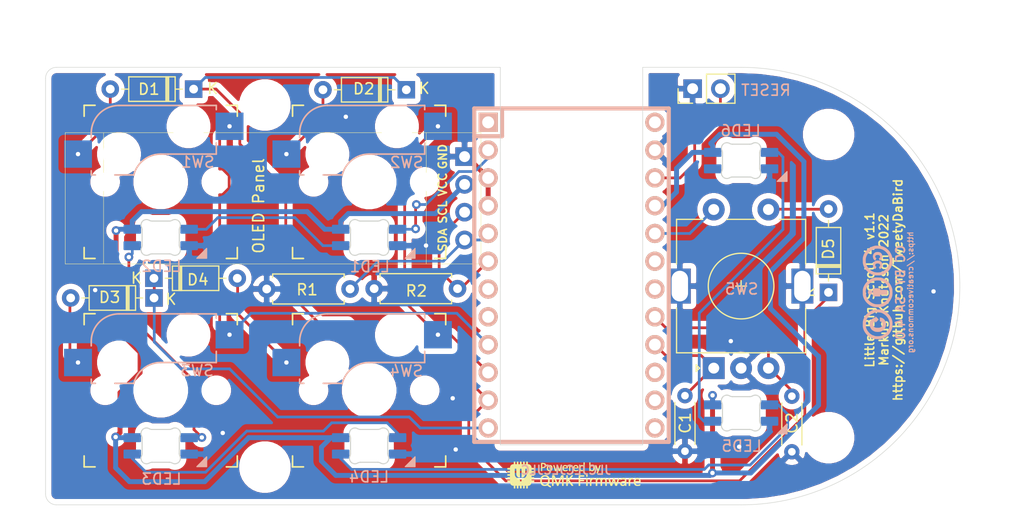
<source format=kicad_pcb>
(kicad_pcb (version 20171130) (host pcbnew "(5.1.9)-1")
  (title_block (title "Little Big Scroll") (date 2022-01-10) (rev v1.1) (company "Markus Knutsson <markus.knutsson@tweety.se>") (comment 1 https://github.com/TweetyDaBird) (comment 2 "Licensed under Creative Commons Attribution-ShareAlike 4.0 International"))
  (layers (0 F.Cu signal) (31 B.Cu signal) (34 B.Paste user hide) (35 F.Paste user hide) (36 B.SilkS user) (37 F.SilkS user) (38 B.Mask user hide) (39 F.Mask user hide) (44 Edge.Cuts user hide))
  (net 0 "")
  (net 1 GND)
  (net 2 VCC)
  (net 3 RGB)
  (net 4 "Net-(LED1-Pad2)")
  (net 5 "Net-(LED2-Pad2)")
  (net 6 "Net-(LED3-Pad2)")
  (net 7 "Net-(LED4-Pad2)")
  (net 8 "Net-(LED5-Pad2)")
  (net 9 SDA)
  (net 10 SCL)
  (net 11 ENC_A)
  (net 12 ENC_B)
  (net 13 COL0)
  (net 14 ROW0)
  (net 15 COL1)
  (net 16 ROW1)
  (net 17 COL3)
  (net 18 "Net-(J1-Pad2)")
  (net 19 "Net-(D1-Pad2)")
  (net 20 "Net-(D2-Pad2)")
  (net 21 "Net-(D3-Pad2)")
  (net 22 "Net-(D4-Pad2)")
  (net 23 "Net-(D5-Pad2)")
  (module Diode_THT:D_DO-35_SOD27_P7.62mm_Horizontal (layer F.Cu) (at 165.72 112.64 180)
    (fp_text reference D3 (at 4.06 0.06) (layer F.SilkS))
    (fp_text value 1N4148)
    (fp_text user K (at -1.55 -0.12) (layer F.SilkS))
    (pad 2 thru_hole oval (at 7.62 0 180) (size 1.6 1.6) (drill 0.8) (layers *.Cu *.Mask) (net 21 "Net-(D3-Pad2)"))
    (pad 1 thru_hole rect (at 0 0 180) (size 1.6 1.6) (drill 0.8) (layers *.Cu *.Mask) (net 16 ROW1))
  )
  (module "QMK Logo:Powered_by_QMK" (layer F.Cu) (at 204.13 128.81)
    (fp_text reference H5 hide)
    (fp_text value Hole hide)
  )
  (module Diode_THT:D_DO-35_SOD27_P7.62mm_Horizontal (layer F.Cu) (at 227.37 112.13 90)
    (fp_text reference D5 (at 3.97 -0.01 270) (layer F.SilkS))
    (fp_text value 1N4148)
    (fp_text user K (at 0 -1.8 270) (layer F.SilkS))
    (pad 2 thru_hole oval (at 7.62 0 90) (size 1.6 1.6) (drill 0.8) (layers *.Cu *.Mask) (net 23 "Net-(D5-Pad2)"))
    (pad 1 thru_hole rect (at 0 0 90) (size 1.6 1.6) (drill 0.8) (layers *.Cu *.Mask) (net 14 ROW0))
  )
  (module Diode_THT:D_DO-35_SOD27_P7.62mm_Horizontal (layer F.Cu) (at 165.71 110.84)
    (fp_text reference D4 (at 4.01 0.14) (layer F.SilkS))
    (fp_text value 1N4148)
    (fp_text user K (at -1.6 -0.01) (layer F.SilkS))
    (pad 2 thru_hole oval (at 7.62 0) (size 1.6 1.6) (drill 0.8) (layers *.Cu *.Mask) (net 22 "Net-(D4-Pad2)"))
    (pad 1 thru_hole rect (at 0 0) (size 1.6 1.6) (drill 0.8) (layers *.Cu *.Mask) (net 16 ROW1))
  )
  (module Diode_THT:D_DO-35_SOD27_P7.62mm_Horizontal (layer F.Cu) (at 188.78 93.61 180)
    (fp_text reference D2 (at 3.89 0.09 180) (layer F.SilkS))
    (fp_text value 1N4148)
    (fp_text user K (at -1.63 0.13 180) (layer F.SilkS))
    (pad 2 thru_hole oval (at 7.62 0 180) (size 1.6 1.6) (drill 0.8) (layers *.Cu *.Mask) (net 20 "Net-(D2-Pad2)"))
    (pad 1 thru_hole rect (at 0 0 180) (size 1.6 1.6) (drill 0.8) (layers *.Cu *.Mask) (net 14 ROW0))
  )
  (module Diode_THT:D_DO-35_SOD27_P7.62mm_Horizontal (layer F.Cu) (at 169.34 93.55 180)
    (fp_text reference D1 (at 4.09 -0.01 180) (layer F.SilkS))
    (fp_text value 1N4148)
    (fp_text user K (at -1.74 0.06 180) (layer F.SilkS))
    (pad 2 thru_hole oval (at 7.62 0 180) (size 1.6 1.6) (drill 0.8) (layers *.Cu *.Mask) (net 19 "Net-(D1-Pad2)"))
    (pad 1 thru_hole rect (at 0 0 180) (size 1.6 1.6) (drill 0.8) (layers *.Cu *.Mask) (net 14 ROW0))
  )
  (module Resistor_THT:R_Axial_DIN0207_L6.3mm_D2.5mm_P7.62mm_Horizontal (layer F.Cu) (at 193.46 111.79 180)
    (fp_text reference R2 (at 3.76 -0.21) (layer F.SilkS))
    (fp_text value 4K7)
    (pad 2 thru_hole oval (at 7.62 0 180) (size 1.6 1.6) (drill 0.8) (layers *.Cu *.Mask) (net 1 GND))
    (pad 1 thru_hole circle (at 0 0 180) (size 1.6 1.6) (drill 0.8) (layers *.Cu *.Mask) (net 10 SCL))
  )
  (module Resistor_THT:R_Axial_DIN0207_L6.3mm_D2.5mm_P7.62mm_Horizontal (layer F.Cu) (at 183.64 111.82 180)
    (fp_text reference R1 (at 3.93 -0.07) (layer F.SilkS))
    (fp_text value 4K7)
    (pad 2 thru_hole oval (at 7.62 0 180) (size 1.6 1.6) (drill 0.8) (layers *.Cu *.Mask) (net 1 GND))
    (pad 1 thru_hole circle (at 0 0 180) (size 1.6 1.6) (drill 0.8) (layers *.Cu *.Mask) (net 9 SDA))
  )
  (module "Keyboard Library:RotaryEncoder_Alps_EC11E-Switch_Vertical_H20mm" (layer F.Cu) (at 219.38 111.555 90)
    (fp_text reference SW5 (at -0.265 0.05 180) (layer B.SilkS) (effects (justify mirror)))
    (fp_text value Rotary_Encoder_Switch)
    (pad S1 thru_hole circle (at 7 2.5 90) (size 2 2) (drill 1) (layers *.Cu *.Mask) (net 23 "Net-(D5-Pad2)"))
    (pad S2 thru_hole circle (at 7 -2.5 90) (size 2 2) (drill 1) (layers *.Cu *.Mask) (net 17 COL3))
    (pad MP1 thru_hole rect (at 0 5.6 90) (size 3.2 2) (drill oval 2.8 1.5) (layers *.Cu *.Mask) (net 1 GND))
    (pad MP2 thru_hole rect (at 0 -5.6 90) (size 3.2 2) (drill oval 2.8 1.5) (layers *.Cu *.Mask) (net 1 GND))
    (pad B thru_hole circle (at -7.5 2.5 90) (size 2 2) (drill 1) (layers *.Cu *.Mask) (net 12 ENC_B))
    (pad C thru_hole circle (at -7.5 0 90) (size 2 2) (drill 1) (layers *.Cu *.Mask) (net 1 GND))
    (pad A thru_hole rect (at -7.5 -2.5 90) (size 2 2) (drill 1) (layers *.Cu *.Mask) (net 11 ENC_A))
  )
  (module "Keyboard Library:CC_BY_SA_40" (layer B.Cu) (at 231.79 112.17 270)
    (fp_text reference Lic1 hide)
    (fp_text value CC-BY-SA_4.0)
    (fp_text user "CC BY-SA 4.0" (at -0.041555 -2.16 270) (layer B.SilkS) (effects (font (size 0.8 0.8)) (justify mirror)))
    (fp_text user https://creativecommons.org (at -0.041555 -3.07 270) (layer B.SilkS) (effects (font (size 0.5 0.5) (thickness 0.1)) (justify mirror)))
  )
  (module Keebio-Parts:ArduinoProMicro-BackSide (layer F.Cu) (at 203.88 110.555 270)
    (fp_text reference U1 hide)
    (fp_text value ProMicro hide)
    (pad 24 thru_hole circle (at -13.97 -7.62 270) (size 1.7526 1.7526) (drill 1.0922) (layers *.Cu *.SilkS *.Mask))
    (pad 12 thru_hole circle (at 13.97 7.62 270) (size 1.7526 1.7526) (drill 1.0922) (layers *.Cu *.SilkS *.Mask) (net 16 ROW1))
    (pad 23 thru_hole circle (at -11.43 -7.62 270) (size 1.7526 1.7526) (drill 1.0922) (layers *.Cu *.SilkS *.Mask) (net 1 GND))
    (pad 22 thru_hole circle (at -8.89 -7.62 270) (size 1.7526 1.7526) (drill 1.0922) (layers *.Cu *.SilkS *.Mask) (net 18 "Net-(J1-Pad2)"))
    (pad 21 thru_hole circle (at -6.35 -7.62 270) (size 1.7526 1.7526) (drill 1.0922) (layers *.Cu *.SilkS *.Mask) (net 2 VCC))
    (pad 20 thru_hole circle (at -3.81 -7.62 270) (size 1.7526 1.7526) (drill 1.0922) (layers *.Cu *.SilkS *.Mask) (net 17 COL3))
    (pad 19 thru_hole circle (at -1.27 -7.62 270) (size 1.7526 1.7526) (drill 1.0922) (layers *.Cu *.SilkS *.Mask))
    (pad 18 thru_hole circle (at 1.27 -7.62 270) (size 1.7526 1.7526) (drill 1.0922) (layers *.Cu *.SilkS *.Mask))
    (pad 17 thru_hole circle (at 3.81 -7.62 270) (size 1.7526 1.7526) (drill 1.0922) (layers *.Cu *.SilkS *.Mask) (net 12 ENC_B))
    (pad 16 thru_hole circle (at 6.35 -7.62 270) (size 1.7526 1.7526) (drill 1.0922) (layers *.Cu *.SilkS *.Mask) (net 11 ENC_A))
    (pad 15 thru_hole circle (at 8.89 -7.62 270) (size 1.7526 1.7526) (drill 1.0922) (layers *.Cu *.SilkS *.Mask))
    (pad 14 thru_hole circle (at 11.43 -7.62 270) (size 1.7526 1.7526) (drill 1.0922) (layers *.Cu *.SilkS *.Mask))
    (pad 13 thru_hole circle (at 13.97 -7.62 270) (size 1.7526 1.7526) (drill 1.0922) (layers *.Cu *.SilkS *.Mask))
    (pad 11 thru_hole circle (at 11.43 7.62 270) (size 1.7526 1.7526) (drill 1.0922) (layers *.Cu *.SilkS *.Mask) (net 14 ROW0))
    (pad 10 thru_hole circle (at 8.89 7.62 270) (size 1.7526 1.7526) (drill 1.0922) (layers *.Cu *.SilkS *.Mask) (net 15 COL1))
    (pad 9 thru_hole circle (at 6.35 7.62 270) (size 1.7526 1.7526) (drill 1.0922) (layers *.Cu *.SilkS *.Mask) (net 13 COL0))
    (pad 8 thru_hole circle (at 3.81 7.62 270) (size 1.7526 1.7526) (drill 1.0922) (layers *.Cu *.SilkS *.Mask))
    (pad 7 thru_hole circle (at 1.27 7.62 270) (size 1.7526 1.7526) (drill 1.0922) (layers *.Cu *.SilkS *.Mask))
    (pad 6 thru_hole circle (at -1.27 7.62 270) (size 1.7526 1.7526) (drill 1.0922) (layers *.Cu *.SilkS *.Mask) (net 10 SCL))
    (pad 5 thru_hole circle (at -3.81 7.62 270) (size 1.7526 1.7526) (drill 1.0922) (layers *.Cu *.SilkS *.Mask) (net 9 SDA))
    (pad 4 thru_hole circle (at -6.35 7.62 270) (size 1.7526 1.7526) (drill 1.0922) (layers *.Cu *.SilkS *.Mask) (net 1 GND))
    (pad 3 thru_hole circle (at -8.89 7.62 270) (size 1.7526 1.7526) (drill 1.0922) (layers *.Cu *.SilkS *.Mask) (net 1 GND))
    (pad 2 thru_hole circle (at -11.43 7.62 270) (size 1.7526 1.7526) (drill 1.0922) (layers *.Cu *.SilkS *.Mask) (net 3 RGB))
    (pad 1 thru_hole rect (at -13.97 7.62 270) (size 1.7526 1.7526) (drill 1.0922) (layers *.Cu *.SilkS *.Mask))
  )
  (module keyswitches:Kailh_socket_MX_RGB (layer F.Cu) (at 185.38 121.08)
    (fp_text reference SW4 (at 3.4 -1.76) (layer B.SilkS) (effects (justify mirror)))
    (fp_text value SW_Push hide)
    (pad 2 smd rect (at -7.56 -2.54) (size 2.55 2.5) (layers B.Cu B.Paste B.Mask) (net 22 "Net-(D4-Pad2)"))
    (pad "" np_thru_hole circle (at -5.08 0) (size 1.7018 1.7018) (drill 1.7018) (layers *.Cu *.Mask))
    (pad "" np_thru_hole circle (at 5.08 0) (size 1.7018 1.7018) (drill 1.7018) (layers *.Cu *.Mask))
    (pad "" np_thru_hole circle (at 0 0) (size 3.9878 3.9878) (drill 3.9878) (layers *.Cu *.Mask))
    (pad "" np_thru_hole circle (at -3.81 -2.54) (size 3 3) (drill 3) (layers *.Cu *.Mask))
    (pad "" np_thru_hole circle (at 2.54 -5.08) (size 3 3) (drill 3) (layers *.Cu *.Mask))
    (pad 1 smd rect (at 6.29 -5.08) (size 2.55 2.5) (layers B.Cu B.Paste B.Mask) (net 15 COL1))
  )
  (module keyswitches:Kailh_socket_MX_RGB (layer F.Cu) (at 166.33 121.08)
    (fp_text reference SW3 (at 3.33 -1.8) (layer B.SilkS) (effects (justify mirror)))
    (fp_text value SW_Push hide)
    (pad 2 smd rect (at -7.56 -2.54) (size 2.55 2.5) (layers B.Cu B.Paste B.Mask) (net 21 "Net-(D3-Pad2)"))
    (pad "" np_thru_hole circle (at -5.08 0) (size 1.7018 1.7018) (drill 1.7018) (layers *.Cu *.Mask))
    (pad "" np_thru_hole circle (at 5.08 0) (size 1.7018 1.7018) (drill 1.7018) (layers *.Cu *.Mask))
    (pad "" np_thru_hole circle (at 0 0) (size 3.9878 3.9878) (drill 3.9878) (layers *.Cu *.Mask))
    (pad "" np_thru_hole circle (at -3.81 -2.54) (size 3 3) (drill 3) (layers *.Cu *.Mask))
    (pad "" np_thru_hole circle (at 2.54 -5.08) (size 3 3) (drill 3) (layers *.Cu *.Mask))
    (pad 1 smd rect (at 6.29 -5.08) (size 2.55 2.5) (layers B.Cu B.Paste B.Mask) (net 13 COL0))
  )
  (module keyswitches:Kailh_socket_MX_RGB (layer F.Cu) (at 185.38 102.03)
    (fp_text reference SW2 (at 3.43 -1.78) (layer B.SilkS) (effects (justify mirror)))
    (fp_text value SW_Push hide)
    (pad 2 smd rect (at -7.56 -2.54) (size 2.55 2.5) (layers B.Cu B.Paste B.Mask) (net 20 "Net-(D2-Pad2)"))
    (pad "" np_thru_hole circle (at -5.08 0) (size 1.7018 1.7018) (drill 1.7018) (layers *.Cu *.Mask))
    (pad "" np_thru_hole circle (at 5.08 0) (size 1.7018 1.7018) (drill 1.7018) (layers *.Cu *.Mask))
    (pad "" np_thru_hole circle (at 0 0) (size 3.9878 3.9878) (drill 3.9878) (layers *.Cu *.Mask))
    (pad "" np_thru_hole circle (at -3.81 -2.54) (size 3 3) (drill 3) (layers *.Cu *.Mask))
    (pad "" np_thru_hole circle (at 2.54 -5.08) (size 3 3) (drill 3) (layers *.Cu *.Mask))
    (pad 1 smd rect (at 6.29 -5.08) (size 2.55 2.5) (layers B.Cu B.Paste B.Mask) (net 15 COL1))
  )
  (module keyswitches:Kailh_socket_MX_RGB (layer F.Cu) (at 166.33 102.03)
    (fp_text reference SW1 (at 3.39 -1.81) (layer B.SilkS) (effects (justify mirror)))
    (fp_text value SW_Push hide)
    (pad 2 smd rect (at -7.56 -2.54) (size 2.55 2.5) (layers B.Cu B.Paste B.Mask) (net 19 "Net-(D1-Pad2)"))
    (pad "" np_thru_hole circle (at -5.08 0) (size 1.7018 1.7018) (drill 1.7018) (layers *.Cu *.Mask))
    (pad "" np_thru_hole circle (at 5.08 0) (size 1.7018 1.7018) (drill 1.7018) (layers *.Cu *.Mask))
    (pad "" np_thru_hole circle (at 0 0) (size 3.9878 3.9878) (drill 3.9878) (layers *.Cu *.Mask))
    (pad "" np_thru_hole circle (at -3.81 -2.54) (size 3 3) (drill 3) (layers *.Cu *.Mask))
    (pad "" np_thru_hole circle (at 2.54 -5.08) (size 3 3) (drill 3) (layers *.Cu *.Mask))
    (pad 1 smd rect (at 6.29 -5.08) (size 2.55 2.5) (layers B.Cu B.Paste B.Mask) (net 13 COL0))
  )
  (module KiCad-SSD1306-0.91-OLED-4pin-128x32:SSD1306-0.91-OLED-4pin-128x32 (layer F.Cu) (at 176.605 103.53)
    (fp_text reference OLED1 hide)
    (fp_text value OLED_4pin)
    (fp_text user SDA (at 15.5 3.81 -90) (layer F.SilkS) (effects (font (size 0.75 0.75))))
    (fp_text user SCL (at 15.5 1.27 -90) (layer F.SilkS) (effects (font (size 0.75 0.75))))
    (fp_text user VCC (at 15.5 -1.27 -90) (layer F.SilkS) (effects (font (size 0.75 0.75))))
    (fp_text user GND (at 15.5 -3.81 -90) (layer F.SilkS) (effects (font (size 0.75 0.75))))
    (fp_text user "OLED Panel" (at -1.325 0.69 270) (layer F.SilkS))
    (pad 4 thru_hole oval (at 17.5 3.81) (size 1.7 1.7) (drill 1) (layers *.Cu *.Mask) (net 9 SDA))
    (pad 3 thru_hole oval (at 17.5 1.27) (size 1.7 1.7) (drill 1) (layers *.Cu *.Mask) (net 10 SCL))
    (pad 2 thru_hole oval (at 17.5 -1.27) (size 1.7 1.7) (drill 1) (layers *.Cu *.Mask) (net 2 VCC))
    (pad 1 thru_hole rect (at 17.5 -3.81) (size 1.7 1.7) (drill 1) (layers *.Cu *.Mask) (net 1 GND))
  )
  (module MountingHole:MountingHole_3.7mm (layer F.Cu) (at 175.855 128.105)
    (fp_text reference H4 hide)
    (fp_text value Hole)
    (pad 1 np_thru_hole circle (at 0 0) (size 3.7 3.7) (drill 3.7) (layers *.Cu *.Mask))
  )
  (module MountingHole:MountingHole_3.7mm (layer F.Cu) (at 227.38 125.411406)
    (fp_text reference H3 hide)
    (fp_text value Hole)
    (pad 1 np_thru_hole circle (at 0 0) (size 3.7 3.7) (drill 3.7) (layers *.Cu *.Mask))
  )
  (module MountingHole:MountingHole_3.7mm (layer F.Cu) (at 227.38 97.698594)
    (fp_text reference H2 hide)
    (fp_text value Hole)
    (pad 1 np_thru_hole circle (at 0 0) (size 3.7 3.7) (drill 3.7) (layers *.Cu *.Mask))
  )
  (module MountingHole:MountingHole_3.7mm (layer F.Cu) (at 175.855 95.005)
    (fp_text reference H1 hide)
    (fp_text value Hole)
    (pad 1 np_thru_hole circle (at 0 0) (size 3.7 3.7) (drill 3.7) (layers *.Cu *.Mask))
  )
  (module Connector_PinHeader_2.54mm:PinHeader_1x02_P2.54mm_Vertical (layer F.Cu) (at 214.95 93.51 90)
    (fp_text reference J1 hide)
    (fp_text value Conn_01x02)
    (fp_text user RESET (at -0.14 6.7 180) (layer B.SilkS) (effects (justify mirror)))
    (pad 2 thru_hole oval (at 0 2.54 90) (size 1.7 1.7) (drill 1) (layers *.Cu *.Mask) (net 18 "Net-(J1-Pad2)"))
    (pad 1 thru_hole rect (at 0 0 90) (size 1.7 1.7) (drill 1) (layers *.Cu *.Mask) (net 1 GND))
  )
  (module kicad-keyboard-parts:MX_SK6812MINI-E (layer F.Cu) (at 219.38 118.08)
    (fp_text reference LED5 (at 0.05 8.1) (layer B.SilkS) (effects (justify mirror)))
    (fp_text value SK6812MINI-E)
    (fp_line (start 0.794452 6.579999) (end -0.794452 6.579999) (layer Edge.Cuts) (width 0.1))
    (fp_line (start 1.699999 4.377157) (end 1.699999 5.782841) (layer Edge.Cuts) (width 0.1))
    (fp_line (start -0.794452 3.58) (end 0.794453 3.58) (layer Edge.Cuts) (width 0.1))
    (fp_line (start -1.699999 5.782841) (end -1.699999 4.377157) (layer Edge.Cuts) (width 0.1))
    (fp_arc (start -0.794452 7.079999) (end -0.794452 6.579999) (angle -30.2992623) (layer Edge.Cuts) (width 0.1))
    (fp_arc (start 0.794452 7.079999) (end 1.046711 6.648298) (angle -30.29933433) (layer Edge.Cuts) (width 0.1))
    (fp_arc (start 1.298969 6.216597) (end 1.046711 6.648298) (angle -146.0055121) (layer Edge.Cuts) (width 0.1))
    (fp_arc (start 2.199999 5.782841) (end 1.699999 5.782841) (angle -25.70617777) (layer Edge.Cuts) (width 0.1))
    (fp_arc (start 2.199999 4.377157) (end 1.749484 4.160279) (angle -25.70608136) (layer Edge.Cuts) (width 0.1))
    (fp_arc (start 1.298969 3.943402) (end 1.749484 4.160279) (angle -146.0053097) (layer Edge.Cuts) (width 0.1))
    (fp_arc (start 0.794453 3.08) (end 0.794453 3.58) (angle -30.29922831) (layer Edge.Cuts) (width 0.1))
    (fp_arc (start -0.794452 3.08) (end -1.046711 3.5117) (angle -30.29928212) (layer Edge.Cuts) (width 0.1))
    (fp_arc (start -1.298969 3.943401) (end -1.046711 3.5117) (angle -146.0054017) (layer Edge.Cuts) (width 0.1))
    (fp_arc (start -2.199999 4.377157) (end -1.699999 4.377157) (angle -25.70611954) (layer Edge.Cuts) (width 0.1))
    (fp_arc (start -2.199999 5.782841) (end -1.749484 5.999719) (angle -25.70611205) (layer Edge.Cuts) (width 0.1))
    (fp_arc (start -1.298969 6.216596) (end -1.749484 5.999719) (angle -146.0053744) (layer Edge.Cuts) (width 0.1))
    (pad 3 smd roundrect (at 2.6 5.829999 270) (size 0.82 1.6) (layers B.Cu B.Paste B.Mask) (roundrect_rratio 0.1) (net 1 GND))
    (pad 4 smd roundrect (at 2.6 4.329999 270) (size 0.82 1.6) (layers B.Cu B.Paste B.Mask) (roundrect_rratio 0.1) (net 7 "Net-(LED4-Pad2)"))
    (pad 2 smd roundrect (at -2.6 5.829999 270) (size 0.82 1.6) (layers B.Cu B.Paste B.Mask) (roundrect_rratio 0.1) (net 8 "Net-(LED5-Pad2)"))
    (pad 1 smd roundrect (at -2.6 4.329999 270) (size 0.82 1.6) (layers B.Cu B.Paste B.Mask) (roundrect_rratio 0.1) (net 2 VCC))
  )
  (module kicad-keyboard-parts:MX_SK6812MINI-E (layer F.Cu) (at 219.38 95.005)
    (fp_text reference LED6 (at -0.04 2.345) (layer B.SilkS) (effects (justify mirror)))
    (fp_text value SK6812MINI-E)
    (fp_line (start 0.794452 6.579999) (end -0.794452 6.579999) (layer Edge.Cuts) (width 0.1))
    (fp_line (start 1.699999 4.377157) (end 1.699999 5.782841) (layer Edge.Cuts) (width 0.1))
    (fp_line (start -0.794452 3.58) (end 0.794453 3.58) (layer Edge.Cuts) (width 0.1))
    (fp_line (start -1.699999 5.782841) (end -1.699999 4.377157) (layer Edge.Cuts) (width 0.1))
    (fp_arc (start -0.794452 7.079999) (end -0.794452 6.579999) (angle -30.2992623) (layer Edge.Cuts) (width 0.1))
    (fp_arc (start 0.794452 7.079999) (end 1.046711 6.648298) (angle -30.29933433) (layer Edge.Cuts) (width 0.1))
    (fp_arc (start 1.298969 6.216597) (end 1.046711 6.648298) (angle -146.0055121) (layer Edge.Cuts) (width 0.1))
    (fp_arc (start 2.199999 5.782841) (end 1.699999 5.782841) (angle -25.70617777) (layer Edge.Cuts) (width 0.1))
    (fp_arc (start 2.199999 4.377157) (end 1.749484 4.160279) (angle -25.70608136) (layer Edge.Cuts) (width 0.1))
    (fp_arc (start 1.298969 3.943402) (end 1.749484 4.160279) (angle -146.0053097) (layer Edge.Cuts) (width 0.1))
    (fp_arc (start 0.794453 3.08) (end 0.794453 3.58) (angle -30.29922831) (layer Edge.Cuts) (width 0.1))
    (fp_arc (start -0.794452 3.08) (end -1.046711 3.5117) (angle -30.29928212) (layer Edge.Cuts) (width 0.1))
    (fp_arc (start -1.298969 3.943401) (end -1.046711 3.5117) (angle -146.0054017) (layer Edge.Cuts) (width 0.1))
    (fp_arc (start -2.199999 4.377157) (end -1.699999 4.377157) (angle -25.70611954) (layer Edge.Cuts) (width 0.1))
    (fp_arc (start -2.199999 5.782841) (end -1.749484 5.999719) (angle -25.70611205) (layer Edge.Cuts) (width 0.1))
    (fp_arc (start -1.298969 6.216596) (end -1.749484 5.999719) (angle -146.0053744) (layer Edge.Cuts) (width 0.1))
    (pad 3 smd roundrect (at 2.6 5.829999 270) (size 0.82 1.6) (layers B.Cu B.Paste B.Mask) (roundrect_rratio 0.1) (net 1 GND))
    (pad 4 smd roundrect (at 2.6 4.329999 270) (size 0.82 1.6) (layers B.Cu B.Paste B.Mask) (roundrect_rratio 0.1) (net 8 "Net-(LED5-Pad2)"))
    (pad 2 smd roundrect (at -2.6 5.829999 270) (size 0.82 1.6) (layers B.Cu B.Paste B.Mask) (roundrect_rratio 0.1))
    (pad 1 smd roundrect (at -2.6 4.329999 270) (size 0.82 1.6) (layers B.Cu B.Paste B.Mask) (roundrect_rratio 0.1) (net 2 VCC))
  )
  (module Resistor_THT:R_Axial_DIN0204_L3.6mm_D1.6mm_P5.08mm_Horizontal (layer F.Cu) (at 224.02 126.7 90)
    (fp_text reference C2 (at 2.62 0.01 90) (layer F.SilkS))
    (fp_text value 100nF)
    (pad 2 thru_hole oval (at 5.08 0 90) (size 1.4 1.4) (drill 0.7) (layers *.Cu *.Mask) (net 12 ENC_B))
    (pad 1 thru_hole circle (at 0 0 90) (size 1.4 1.4) (drill 0.7) (layers *.Cu *.Mask) (net 1 GND))
  )
  (module Resistor_THT:R_Axial_DIN0204_L3.6mm_D1.6mm_P5.08mm_Horizontal (layer F.Cu) (at 214.25 121.57 270)
    (fp_text reference C1 (at 2.5 -0.02 90) (layer F.SilkS))
    (fp_text value 100nF)
    (pad 2 thru_hole oval (at 5.08 0 270) (size 1.4 1.4) (drill 0.7) (layers *.Cu *.Mask) (net 1 GND))
    (pad 1 thru_hole circle (at 0 0 270) (size 1.4 1.4) (drill 0.7) (layers *.Cu *.Mask) (net 11 ENC_A))
  )
  (module kicad-keyboard-parts:MX_SK6812MINI-E (layer F.Cu) (at 185.38 121.08)
    (fp_text reference LED4 (at -0.01 7.91) (layer B.SilkS) (effects (justify mirror)))
    (fp_text value SK6812MINI-E)
    (fp_line (start 0.794452 6.579999) (end -0.794452 6.579999) (layer Edge.Cuts) (width 0.1))
    (fp_line (start 1.699999 4.377157) (end 1.699999 5.782841) (layer Edge.Cuts) (width 0.1))
    (fp_line (start -0.794452 3.58) (end 0.794453 3.58) (layer Edge.Cuts) (width 0.1))
    (fp_line (start -1.699999 5.782841) (end -1.699999 4.377157) (layer Edge.Cuts) (width 0.1))
    (fp_arc (start -0.794452 7.079999) (end -0.794452 6.579999) (angle -30.2992623) (layer Edge.Cuts) (width 0.1))
    (fp_arc (start 0.794452 7.079999) (end 1.046711 6.648298) (angle -30.29933433) (layer Edge.Cuts) (width 0.1))
    (fp_arc (start 1.298969 6.216597) (end 1.046711 6.648298) (angle -146.0055121) (layer Edge.Cuts) (width 0.1))
    (fp_arc (start 2.199999 5.782841) (end 1.699999 5.782841) (angle -25.70617777) (layer Edge.Cuts) (width 0.1))
    (fp_arc (start 2.199999 4.377157) (end 1.749484 4.160279) (angle -25.70608136) (layer Edge.Cuts) (width 0.1))
    (fp_arc (start 1.298969 3.943402) (end 1.749484 4.160279) (angle -146.0053097) (layer Edge.Cuts) (width 0.1))
    (fp_arc (start 0.794453 3.08) (end 0.794453 3.58) (angle -30.29922831) (layer Edge.Cuts) (width 0.1))
    (fp_arc (start -0.794452 3.08) (end -1.046711 3.5117) (angle -30.29928212) (layer Edge.Cuts) (width 0.1))
    (fp_arc (start -1.298969 3.943401) (end -1.046711 3.5117) (angle -146.0054017) (layer Edge.Cuts) (width 0.1))
    (fp_arc (start -2.199999 4.377157) (end -1.699999 4.377157) (angle -25.70611954) (layer Edge.Cuts) (width 0.1))
    (fp_arc (start -2.199999 5.782841) (end -1.749484 5.999719) (angle -25.70611205) (layer Edge.Cuts) (width 0.1))
    (fp_arc (start -1.298969 6.216596) (end -1.749484 5.999719) (angle -146.0053744) (layer Edge.Cuts) (width 0.1))
    (pad 3 smd roundrect (at 2.6 5.829999 270) (size 0.82 1.6) (layers B.Cu B.Paste B.Mask) (roundrect_rratio 0.1) (net 1 GND))
    (pad 4 smd roundrect (at 2.6 4.329999 270) (size 0.82 1.6) (layers B.Cu B.Paste B.Mask) (roundrect_rratio 0.1) (net 6 "Net-(LED3-Pad2)"))
    (pad 2 smd roundrect (at -2.6 5.829999 270) (size 0.82 1.6) (layers B.Cu B.Paste B.Mask) (roundrect_rratio 0.1) (net 7 "Net-(LED4-Pad2)"))
    (pad 1 smd roundrect (at -2.6 4.329999 270) (size 0.82 1.6) (layers B.Cu B.Paste B.Mask) (roundrect_rratio 0.1) (net 2 VCC))
  )
  (module kicad-keyboard-parts:MX_SK6812MINI-E (layer F.Cu) (at 166.33 121.08)
    (fp_text reference LED3 (at 0.07 8.11) (layer B.SilkS) (effects (justify mirror)))
    (fp_text value SK6812MINI-E)
    (fp_line (start 0.794452 6.579999) (end -0.794452 6.579999) (layer Edge.Cuts) (width 0.1))
    (fp_line (start 1.699999 4.377157) (end 1.699999 5.782841) (layer Edge.Cuts) (width 0.1))
    (fp_line (start -0.794452 3.58) (end 0.794453 3.58) (layer Edge.Cuts) (width 0.1))
    (fp_line (start -1.699999 5.782841) (end -1.699999 4.377157) (layer Edge.Cuts) (width 0.1))
    (fp_arc (start -0.794452 7.079999) (end -0.794452 6.579999) (angle -30.2992623) (layer Edge.Cuts) (width 0.1))
    (fp_arc (start 0.794452 7.079999) (end 1.046711 6.648298) (angle -30.29933433) (layer Edge.Cuts) (width 0.1))
    (fp_arc (start 1.298969 6.216597) (end 1.046711 6.648298) (angle -146.0055121) (layer Edge.Cuts) (width 0.1))
    (fp_arc (start 2.199999 5.782841) (end 1.699999 5.782841) (angle -25.70617777) (layer Edge.Cuts) (width 0.1))
    (fp_arc (start 2.199999 4.377157) (end 1.749484 4.160279) (angle -25.70608136) (layer Edge.Cuts) (width 0.1))
    (fp_arc (start 1.298969 3.943402) (end 1.749484 4.160279) (angle -146.0053097) (layer Edge.Cuts) (width 0.1))
    (fp_arc (start 0.794453 3.08) (end 0.794453 3.58) (angle -30.29922831) (layer Edge.Cuts) (width 0.1))
    (fp_arc (start -0.794452 3.08) (end -1.046711 3.5117) (angle -30.29928212) (layer Edge.Cuts) (width 0.1))
    (fp_arc (start -1.298969 3.943401) (end -1.046711 3.5117) (angle -146.0054017) (layer Edge.Cuts) (width 0.1))
    (fp_arc (start -2.199999 4.377157) (end -1.699999 4.377157) (angle -25.70611954) (layer Edge.Cuts) (width 0.1))
    (fp_arc (start -2.199999 5.782841) (end -1.749484 5.999719) (angle -25.70611205) (layer Edge.Cuts) (width 0.1))
    (fp_arc (start -1.298969 6.216596) (end -1.749484 5.999719) (angle -146.0053744) (layer Edge.Cuts) (width 0.1))
    (pad 3 smd roundrect (at 2.6 5.829999 270) (size 0.82 1.6) (layers B.Cu B.Paste B.Mask) (roundrect_rratio 0.1) (net 1 GND))
    (pad 4 smd roundrect (at 2.6 4.329999 270) (size 0.82 1.6) (layers B.Cu B.Paste B.Mask) (roundrect_rratio 0.1) (net 5 "Net-(LED2-Pad2)"))
    (pad 2 smd roundrect (at -2.6 5.829999 270) (size 0.82 1.6) (layers B.Cu B.Paste B.Mask) (roundrect_rratio 0.1) (net 6 "Net-(LED3-Pad2)"))
    (pad 1 smd roundrect (at -2.6 4.329999 270) (size 0.82 1.6) (layers B.Cu B.Paste B.Mask) (roundrect_rratio 0.1) (net 2 VCC))
  )
  (module kicad-keyboard-parts:MX_SK6812MINI-E (layer F.Cu) (at 166.33 102.03)
    (fp_text reference LED2 (at 0.06 7.71) (layer B.SilkS) (effects (justify mirror)))
    (fp_text value SK6812MINI-E)
    (fp_line (start 0.794452 6.579999) (end -0.794452 6.579999) (layer Edge.Cuts) (width 0.1))
    (fp_line (start 1.699999 4.377157) (end 1.699999 5.782841) (layer Edge.Cuts) (width 0.1))
    (fp_line (start -0.794452 3.58) (end 0.794453 3.58) (layer Edge.Cuts) (width 0.1))
    (fp_line (start -1.699999 5.782841) (end -1.699999 4.377157) (layer Edge.Cuts) (width 0.1))
    (fp_arc (start -0.794452 7.079999) (end -0.794452 6.579999) (angle -30.2992623) (layer Edge.Cuts) (width 0.1))
    (fp_arc (start 0.794452 7.079999) (end 1.046711 6.648298) (angle -30.29933433) (layer Edge.Cuts) (width 0.1))
    (fp_arc (start 1.298969 6.216597) (end 1.046711 6.648298) (angle -146.0055121) (layer Edge.Cuts) (width 0.1))
    (fp_arc (start 2.199999 5.782841) (end 1.699999 5.782841) (angle -25.70617777) (layer Edge.Cuts) (width 0.1))
    (fp_arc (start 2.199999 4.377157) (end 1.749484 4.160279) (angle -25.70608136) (layer Edge.Cuts) (width 0.1))
    (fp_arc (start 1.298969 3.943402) (end 1.749484 4.160279) (angle -146.0053097) (layer Edge.Cuts) (width 0.1))
    (fp_arc (start 0.794453 3.08) (end 0.794453 3.58) (angle -30.29922831) (layer Edge.Cuts) (width 0.1))
    (fp_arc (start -0.794452 3.08) (end -1.046711 3.5117) (angle -30.29928212) (layer Edge.Cuts) (width 0.1))
    (fp_arc (start -1.298969 3.943401) (end -1.046711 3.5117) (angle -146.0054017) (layer Edge.Cuts) (width 0.1))
    (fp_arc (start -2.199999 4.377157) (end -1.699999 4.377157) (angle -25.70611954) (layer Edge.Cuts) (width 0.1))
    (fp_arc (start -2.199999 5.782841) (end -1.749484 5.999719) (angle -25.70611205) (layer Edge.Cuts) (width 0.1))
    (fp_arc (start -1.298969 6.216596) (end -1.749484 5.999719) (angle -146.0053744) (layer Edge.Cuts) (width 0.1))
    (pad 3 smd roundrect (at 2.6 5.829999 270) (size 0.82 1.6) (layers B.Cu B.Paste B.Mask) (roundrect_rratio 0.1) (net 1 GND))
    (pad 4 smd roundrect (at 2.6 4.329999 270) (size 0.82 1.6) (layers B.Cu B.Paste B.Mask) (roundrect_rratio 0.1) (net 4 "Net-(LED1-Pad2)"))
    (pad 2 smd roundrect (at -2.6 5.829999 270) (size 0.82 1.6) (layers B.Cu B.Paste B.Mask) (roundrect_rratio 0.1) (net 5 "Net-(LED2-Pad2)"))
    (pad 1 smd roundrect (at -2.6 4.329999 270) (size 0.82 1.6) (layers B.Cu B.Paste B.Mask) (roundrect_rratio 0.1) (net 2 VCC))
  )
  (module kicad-keyboard-parts:MX_SK6812MINI-E (layer F.Cu) (at 185.38 102.03)
    (fp_text reference LED1 (at 0.06 7.75) (layer B.SilkS) (effects (justify mirror)))
    (fp_text value SK6812MINI-E)
    (fp_line (start 0.794452 6.579999) (end -0.794452 6.579999) (layer Edge.Cuts) (width 0.1))
    (fp_line (start 1.699999 4.377157) (end 1.699999 5.782841) (layer Edge.Cuts) (width 0.1))
    (fp_line (start -0.794452 3.58) (end 0.794453 3.58) (layer Edge.Cuts) (width 0.1))
    (fp_line (start -1.699999 5.782841) (end -1.699999 4.377157) (layer Edge.Cuts) (width 0.1))
    (fp_arc (start -0.794452 7.079999) (end -0.794452 6.579999) (angle -30.2992623) (layer Edge.Cuts) (width 0.1))
    (fp_arc (start 0.794452 7.079999) (end 1.046711 6.648298) (angle -30.29933433) (layer Edge.Cuts) (width 0.1))
    (fp_arc (start 1.298969 6.216597) (end 1.046711 6.648298) (angle -146.0055121) (layer Edge.Cuts) (width 0.1))
    (fp_arc (start 2.199999 5.782841) (end 1.699999 5.782841) (angle -25.70617777) (layer Edge.Cuts) (width 0.1))
    (fp_arc (start 2.199999 4.377157) (end 1.749484 4.160279) (angle -25.70608136) (layer Edge.Cuts) (width 0.1))
    (fp_arc (start 1.298969 3.943402) (end 1.749484 4.160279) (angle -146.0053097) (layer Edge.Cuts) (width 0.1))
    (fp_arc (start 0.794453 3.08) (end 0.794453 3.58) (angle -30.29922831) (layer Edge.Cuts) (width 0.1))
    (fp_arc (start -0.794452 3.08) (end -1.046711 3.5117) (angle -30.29928212) (layer Edge.Cuts) (width 0.1))
    (fp_arc (start -1.298969 3.943401) (end -1.046711 3.5117) (angle -146.0054017) (layer Edge.Cuts) (width 0.1))
    (fp_arc (start -2.199999 4.377157) (end -1.699999 4.377157) (angle -25.70611954) (layer Edge.Cuts) (width 0.1))
    (fp_arc (start -2.199999 5.782841) (end -1.749484 5.999719) (angle -25.70611205) (layer Edge.Cuts) (width 0.1))
    (fp_arc (start -1.298969 6.216596) (end -1.749484 5.999719) (angle -146.0053744) (layer Edge.Cuts) (width 0.1))
    (pad 3 smd roundrect (at 2.6 5.829999 270) (size 0.82 1.6) (layers B.Cu B.Paste B.Mask) (roundrect_rratio 0.1) (net 1 GND))
    (pad 4 smd roundrect (at 2.6 4.329999 270) (size 0.82 1.6) (layers B.Cu B.Paste B.Mask) (roundrect_rratio 0.1) (net 3 RGB))
    (pad 2 smd roundrect (at -2.6 5.829999 270) (size 0.82 1.6) (layers B.Cu B.Paste B.Mask) (roundrect_rratio 0.1) (net 4 "Net-(LED1-Pad2)"))
    (pad 1 smd roundrect (at -2.6 4.329999 270) (size 0.82 1.6) (layers B.Cu B.Paste B.Mask) (roundrect_rratio 0.1) (net 2 VCC))
  )
  (gr_text JLCJLCJLCJLC (at 203.37 128.38) (layer B.SilkS) (effects (font (size 0.8 0.8)) (justify mirror)))
  (gr_text "Little Big Scroll 4 v1.1\nMarkus Knutsson 2022\nhttps://github.com/TweetyDaBird" (at 232.43 111.91 90) (layer F.SilkS) (effects (font (size 0.8 0.8))))
  (gr_line (start 210.39 91.56) (end 210.39 126.07) (layer Edge.Cuts) (width 0.05))
  (gr_arc (start 156.805 92.56) (end 156.805 91.56) (angle -90) (layer Edge.Cuts) (width 0.05))
  (gr_arc (start 156.805 130.55) (end 155.805 130.55) (angle -90) (layer Edge.Cuts) (width 0.05))
  (gr_line (start 210.39 91.56) (end 219.38 91.56) (layer Edge.Cuts) (width 0.05))
  (gr_line (start 197.37 126.07) (end 197.37 91.56) (layer Edge.Cuts) (width 0.05))
  (gr_line (start 210.39 126.07) (end 197.37 126.07) (layer Edge.Cuts) (width 0.05))
  (gr_arc (start 219.38 111.555) (end 219.38 131.55) (angle -180) (layer Edge.Cuts) (width 0.05))
  (gr_line (start 155.805 92.56) (end 155.805 130.55) (layer Edge.Cuts) (width 0.05))
  (gr_line (start 156.805 131.55) (end 219.38 131.55) (layer Edge.Cuts) (width 0.05))
  (gr_line (start 156.805 91.56) (end 197.37 91.56) (layer Edge.Cuts) (width 0.05))
  (via (at 160.34 111.92) (size 0.8) (drill 0.4) (layers F.Cu B.Cu) (net 1))
  (via (at 172 124.98) (size 0.8) (drill 0.4) (layers F.Cu B.Cu) (net 1))
  (via (at 193.294 126.492) (size 0.8) (drill 0.4) (layers F.Cu B.Cu) (net 1))
  (via (at 236.97 112.04) (size 0.8) (drill 0.4) (layers F.Cu B.Cu) (net 1))
  (via (at 219.202 126.238) (size 0.8) (drill 0.4) (layers F.Cu B.Cu) (net 1))
  (via (at 218.44 116.586) (size 0.8) (drill 0.4) (layers F.Cu B.Cu) (net 1))
  (segment (start 194.315 99.72) (end 196.26 101.665) (width 0.45) (layer F.Cu) (net 1))
  (segment (start 194.105 99.72) (end 194.315 99.72) (width 0.45) (layer F.Cu) (net 1))
  (segment (start 196.26 101.665) (end 196.26 104.205) (width 0.45) (layer F.Cu) (net 1))
  (via (at 193.02 121.81) (size 0.8) (drill 0.4) (layers F.Cu B.Cu) (net 1))
  (via (at 183.25 96.08) (size 0.8) (drill 0.4) (layers F.Cu B.Cu) (net 1))
  (via (at 190.58 107.85) (size 0.8) (drill 0.4) (layers F.Cu B.Cu) (net 1))
  (segment (start 182.78 106.359999) (end 181.330001 106.359999) (width 0.45) (layer B.Cu) (net 2))
  (segment (start 216.78 121.55) (end 216.77 121.54) (width 0.45) (layer B.Cu) (net 2))
  (segment (start 216.78 122.409999) (end 216.78 121.55) (width 0.45) (layer B.Cu) (net 2))
  (via (at 216.77 121.54) (size 0.8) (drill 0.4) (layers F.Cu B.Cu) (net 2))
  (segment (start 163.73 105.601471) (end 163.73 106.359999) (width 0.45) (layer B.Cu) (net 2))
  (segment (start 164.581482 104.749989) (end 163.73 105.601471) (width 0.45) (layer B.Cu) (net 2))
  (segment (start 179.719991 104.749989) (end 164.581482 104.749989) (width 0.45) (layer B.Cu) (net 2))
  (segment (start 181.330001 106.359999) (end 179.719991 104.749989) (width 0.45) (layer B.Cu) (net 2))
  (segment (start 162.370001 106.359999) (end 162.25 106.48) (width 0.45) (layer B.Cu) (net 2))
  (via (at 162.25 106.48) (size 0.8) (drill 0.4) (layers F.Cu B.Cu) (net 2))
  (segment (start 163.73 106.359999) (end 162.370001 106.359999) (width 0.45) (layer B.Cu) (net 2))
  (via (at 162.21 125.35) (size 0.8) (drill 0.4) (layers F.Cu B.Cu) (net 2))
  (segment (start 162.21 128.16) (end 162.21 125.35) (width 0.45) (layer B.Cu) (net 2))
  (segment (start 162.609999 121.299003) (end 162.609999 124.950001) (width 0.45) (layer F.Cu) (net 2))
  (segment (start 170.35 129.43) (end 163.48 129.43) (width 0.45) (layer B.Cu) (net 2))
  (segment (start 174.370001 125.409999) (end 170.35 129.43) (width 0.45) (layer B.Cu) (net 2))
  (segment (start 182.78 125.409999) (end 174.370001 125.409999) (width 0.45) (layer B.Cu) (net 2))
  (segment (start 162.609999 124.950001) (end 162.21 125.35) (width 0.45) (layer F.Cu) (net 2))
  (segment (start 163.48 129.43) (end 162.21 128.16) (width 0.45) (layer B.Cu) (net 2))
  (segment (start 164.445001 119.464001) (end 162.609999 121.299003) (width 0.45) (layer F.Cu) (net 2))
  (segment (start 162.25 115.420998) (end 164.445001 117.615999) (width 0.45) (layer F.Cu) (net 2))
  (segment (start 162.25 106.48) (end 162.25 115.420998) (width 0.45) (layer F.Cu) (net 2))
  (segment (start 164.445001 117.615999) (end 164.445001 119.464001) (width 0.45) (layer F.Cu) (net 2))
  (segment (start 162.269999 125.409999) (end 162.21 125.35) (width 0.45) (layer B.Cu) (net 2))
  (segment (start 163.73 125.409999) (end 162.269999 125.409999) (width 0.45) (layer B.Cu) (net 2))
  (segment (start 182.78 105.625662) (end 182.78 106.359999) (width 0.45) (layer B.Cu) (net 2))
  (segment (start 194.105 102.26) (end 191.43664 104.92836) (width 0.45) (layer B.Cu) (net 2))
  (segment (start 191.43664 104.92836) (end 183.477302 104.92836) (width 0.45) (layer B.Cu) (net 2))
  (segment (start 183.477302 104.92836) (end 182.78 105.625662) (width 0.45) (layer B.Cu) (net 2))
  (segment (start 216.77 121.54) (end 216.77 128.628145) (width 0.45) (layer F.Cu) (net 2))
  (segment (start 216.77 128.628145) (end 216.763155 128.63499) (width 0.45) (layer F.Cu) (net 2))
  (via (at 216.763155 128.63499) (size 0.8) (drill 0.4) (layers F.Cu B.Cu) (net 2))
  (segment (start 212.225 104.205) (end 211.5 104.205) (width 0.45) (layer B.Cu) (net 2))
  (segment (start 213.48 102.95) (end 212.225 104.205) (width 0.45) (layer B.Cu) (net 2))
  (segment (start 213.48 100.8) (end 213.48 102.95) (width 0.45) (layer B.Cu) (net 2))
  (segment (start 214.945001 99.334999) (end 213.48 100.8) (width 0.45) (layer B.Cu) (net 2))
  (segment (start 216.78 99.334999) (end 214.945001 99.334999) (width 0.45) (layer B.Cu) (net 2))
  (segment (start 182.34 128.86) (end 216.538145 128.86) (width 0.45) (layer B.Cu) (net 2))
  (segment (start 181.890001 125.409999) (end 181.02 126.28) (width 0.45) (layer B.Cu) (net 2))
  (segment (start 216.538145 128.86) (end 216.763155 128.63499) (width 0.45) (layer B.Cu) (net 2))
  (segment (start 182.78 125.409999) (end 181.890001 125.409999) (width 0.45) (layer B.Cu) (net 2))
  (segment (start 181.02 126.28) (end 181.02 127.54) (width 0.45) (layer B.Cu) (net 2))
  (segment (start 181.02 127.54) (end 182.34 128.86) (width 0.45) (layer B.Cu) (net 2))
  (segment (start 216.78 98.682783) (end 216.78 99.334999) (width 0.45) (layer B.Cu) (net 2))
  (segment (start 222.62 97.68) (end 217.447237 97.68) (width 0.45) (layer B.Cu) (net 2))
  (segment (start 225.12 107.17) (end 225.12 100.18) (width 0.45) (layer B.Cu) (net 2))
  (segment (start 222.06 110.23) (end 225.12 107.17) (width 0.45) (layer B.Cu) (net 2))
  (segment (start 216.612227 98.51501) (end 216.78 98.682783) (width 0.45) (layer B.Cu) (net 2))
  (segment (start 225.12 100.18) (end 222.62 97.68) (width 0.45) (layer B.Cu) (net 2))
  (segment (start 222.06 113.6) (end 222.06 110.23) (width 0.45) (layer B.Cu) (net 2))
  (segment (start 226.420001 117.960001) (end 222.06 113.6) (width 0.45) (layer B.Cu) (net 2))
  (segment (start 226.459999 117.960001) (end 226.420001 117.960001) (width 0.45) (layer B.Cu) (net 2))
  (segment (start 217.447237 97.68) (end 216.612227 98.51501) (width 0.45) (layer B.Cu) (net 2))
  (segment (start 220.262843 128.63499) (end 226.459999 122.437834) (width 0.45) (layer B.Cu) (net 2))
  (segment (start 226.459999 122.437834) (end 226.459999 117.960001) (width 0.45) (layer B.Cu) (net 2))
  (segment (start 216.763155 128.63499) (end 220.262843 128.63499) (width 0.45) (layer B.Cu) (net 2))
  (via (at 189.63 106.32) (size 0.8) (drill 0.4) (layers F.Cu B.Cu) (net 3))
  (segment (start 187.98 106.359999) (end 189.590001 106.359999) (width 0.25) (layer B.Cu) (net 3))
  (segment (start 189.590001 106.359999) (end 189.63 106.32) (width 0.25) (layer B.Cu) (net 3))
  (via (at 189.7 104.1) (size 0.8) (drill 0.4) (layers F.Cu B.Cu) (net 3))
  (segment (start 189.63 104.17) (end 189.7 104.1) (width 0.25) (layer F.Cu) (net 3))
  (segment (start 189.63 106.32) (end 189.63 104.17) (width 0.25) (layer F.Cu) (net 3))
  (segment (start 190.572842 104.1) (end 189.7 104.1) (width 0.25) (layer B.Cu) (net 3))
  (segment (start 195.025003 101.084999) (end 193.587843 101.084999) (width 0.25) (layer B.Cu) (net 3))
  (segment (start 193.587843 101.084999) (end 190.572842 104.1) (width 0.25) (layer B.Cu) (net 3))
  (segment (start 196.26 99.850002) (end 195.025003 101.084999) (width 0.25) (layer B.Cu) (net 3))
  (segment (start 196.26 99.125) (end 196.26 99.850002) (width 0.25) (layer B.Cu) (net 3))
  (segment (start 170.490001 106.359999) (end 168.93 106.359999) (width 0.25) (layer B.Cu) (net 4))
  (segment (start 171.55 105.3) (end 170.490001 106.359999) (width 0.25) (layer B.Cu) (net 4))
  (segment (start 178.6 105.3) (end 171.55 105.3) (width 0.25) (layer B.Cu) (net 4))
  (segment (start 181.159999 107.859999) (end 178.6 105.3) (width 0.25) (layer B.Cu) (net 4))
  (segment (start 182.78 107.859999) (end 181.159999 107.859999) (width 0.25) (layer B.Cu) (net 4))
  (via (at 170.09 125.39) (size 0.8) (drill 0.4) (layers F.Cu B.Cu) (net 5))
  (segment (start 168.93 125.409999) (end 170.070001 125.409999) (width 0.25) (layer B.Cu) (net 5))
  (segment (start 170.070001 125.409999) (end 170.09 125.39) (width 0.25) (layer B.Cu) (net 5))
  (via (at 163.418805 108.90499) (size 0.8) (drill 0.4) (layers F.Cu B.Cu) (net 5))
  (segment (start 163.73 107.859999) (end 163.73 108.593795) (width 0.25) (layer B.Cu) (net 5))
  (segment (start 163.73 108.593795) (end 163.418805 108.90499) (width 0.25) (layer B.Cu) (net 5))
  (segment (start 163.418805 114.278805) (end 163.418805 108.90499) (width 0.25) (layer F.Cu) (net 5))
  (segment (start 169.37 120.23) (end 163.418805 114.278805) (width 0.25) (layer F.Cu) (net 5))
  (segment (start 169.37 124.67) (end 169.37 120.23) (width 0.25) (layer F.Cu) (net 5))
  (segment (start 170.09 125.39) (end 169.37 124.67) (width 0.25) (layer F.Cu) (net 5))
  (segment (start 187.030012 124.050011) (end 187.98 124.999999) (width 0.25) (layer B.Cu) (net 6))
  (segment (start 181.961073 124.050011) (end 187.030012 124.050011) (width 0.25) (layer B.Cu) (net 6))
  (segment (start 174.192178 124.80999) (end 181.201094 124.80999) (width 0.25) (layer B.Cu) (net 6))
  (segment (start 181.201094 124.80999) (end 181.961073 124.050011) (width 0.25) (layer B.Cu) (net 6))
  (segment (start 170.432168 128.57) (end 174.192178 124.80999) (width 0.25) (layer B.Cu) (net 6))
  (segment (start 163.73 127.319999) (end 164.980001 128.57) (width 0.25) (layer B.Cu) (net 6))
  (segment (start 187.98 124.999999) (end 187.98 125.409999) (width 0.25) (layer B.Cu) (net 6))
  (segment (start 164.980001 128.57) (end 170.432168 128.57) (width 0.25) (layer B.Cu) (net 6))
  (segment (start 163.73 126.909999) (end 163.73 127.319999) (width 0.25) (layer B.Cu) (net 6))
  (segment (start 183.76999 128.309989) (end 182.78 127.319999) (width 0.25) (layer B.Cu) (net 7))
  (segment (start 216.015152 128.309989) (end 183.76999 128.309989) (width 0.25) (layer B.Cu) (net 7))
  (segment (start 216.415153 127.909988) (end 216.015152 128.309989) (width 0.25) (layer B.Cu) (net 7))
  (segment (start 223.64 123.269999) (end 223.64 124.48) (width 0.25) (layer B.Cu) (net 7))
  (segment (start 182.78 127.319999) (end 182.78 126.909999) (width 0.25) (layer B.Cu) (net 7))
  (segment (start 220.210012 127.909988) (end 216.415153 127.909988) (width 0.25) (layer B.Cu) (net 7))
  (segment (start 223.64 124.48) (end 220.210012 127.909988) (width 0.25) (layer B.Cu) (net 7))
  (segment (start 222.78 122.409999) (end 223.64 123.269999) (width 0.25) (layer B.Cu) (net 7))
  (segment (start 221.98 122.409999) (end 222.78 122.409999) (width 0.25) (layer B.Cu) (net 7))
  (segment (start 222.78 99.334999) (end 223.205001 99.76) (width 0.25) (layer B.Cu) (net 8))
  (segment (start 221.98 99.334999) (end 222.78 99.334999) (width 0.25) (layer B.Cu) (net 8))
  (segment (start 215.98 123.909999) (end 215.554999 123.484998) (width 0.25) (layer B.Cu) (net 8))
  (segment (start 215.554999 123.484998) (end 215.554999 114.025001) (width 0.25) (layer B.Cu) (net 8))
  (segment (start 216.78 123.909999) (end 215.98 123.909999) (width 0.25) (layer B.Cu) (net 8))
  (segment (start 223.205001 106.374999) (end 223.205001 99.76) (width 0.25) (layer B.Cu) (net 8))
  (segment (start 215.554999 114.025001) (end 223.205001 106.374999) (width 0.25) (layer B.Cu) (net 8))
  (segment (start 195.665 107.34) (end 194.105 107.34) (width 0.25) (layer B.Cu) (net 9))
  (segment (start 196.26 106.745) (end 195.665 107.34) (width 0.25) (layer B.Cu) (net 9))
  (segment (start 183.64 111.82) (end 186.18 109.28) (width 0.25) (layer B.Cu) (net 9))
  (segment (start 192.165 109.28) (end 194.105 107.34) (width 0.25) (layer B.Cu) (net 9))
  (segment (start 186.18 109.28) (end 192.165 109.28) (width 0.25) (layer B.Cu) (net 9))
  (segment (start 193.755 111.79) (end 193.46 111.79) (width 0.25) (layer F.Cu) (net 10))
  (segment (start 196.26 109.285) (end 193.755 111.79) (width 0.25) (layer F.Cu) (net 10))
  (segment (start 193.46 111.79) (end 191.78 110.11) (width 0.25) (layer F.Cu) (net 10))
  (segment (start 191.78 107.125) (end 194.105 104.8) (width 0.25) (layer F.Cu) (net 10))
  (segment (start 191.78 110.11) (end 191.78 107.125) (width 0.25) (layer F.Cu) (net 10))
  (segment (start 215.73 117.905) (end 216.88 119.055) (width 0.25) (layer F.Cu) (net 11))
  (segment (start 212.5 117.905) (end 215.73 117.905) (width 0.25) (layer F.Cu) (net 11))
  (segment (start 211.5 116.905) (end 212.5 117.905) (width 0.25) (layer F.Cu) (net 11))
  (segment (start 216.765 119.055) (end 216.88 119.055) (width 0.25) (layer F.Cu) (net 11))
  (segment (start 214.25 121.57) (end 216.765 119.055) (width 0.25) (layer F.Cu) (net 11))
  (segment (start 221.88 116.47) (end 221.88 119.055) (width 0.25) (layer F.Cu) (net 12))
  (segment (start 220.775 115.365) (end 221.88 116.47) (width 0.25) (layer F.Cu) (net 12))
  (segment (start 212.5 115.365) (end 220.775 115.365) (width 0.25) (layer F.Cu) (net 12))
  (segment (start 211.5 114.365) (end 212.5 115.365) (width 0.25) (layer F.Cu) (net 12))
  (segment (start 221.955 119.055) (end 221.88 119.055) (width 0.25) (layer F.Cu) (net 12))
  (segment (start 224.02 121.12) (end 221.955 119.055) (width 0.25) (layer F.Cu) (net 12))
  (segment (start 224.02 121.62) (end 224.02 121.12) (width 0.25) (layer F.Cu) (net 12))
  (segment (start 196.26 116.905) (end 193.395 114.04) (width 0.25) (layer B.Cu) (net 13))
  (segment (start 174.58 114.04) (end 172.62 116) (width 0.25) (layer B.Cu) (net 13))
  (segment (start 193.395 114.04) (end 174.58 114.04) (width 0.25) (layer B.Cu) (net 13))
  (via (at 172.62 116) (size 0.8) (drill 0.4) (layers F.Cu B.Cu) (net 13))
  (via (at 172.62 96.95) (size 0.8) (drill 0.4) (layers F.Cu B.Cu) (net 13))
  (segment (start 171.72 97.85) (end 172.62 96.95) (width 0.25) (layer F.Cu) (net 13))
  (segment (start 171.974433 100.854099) (end 171.72 100.854099) (width 0.25) (layer F.Cu) (net 13))
  (segment (start 172.585901 101.465567) (end 171.974433 100.854099) (width 0.25) (layer F.Cu) (net 13))
  (segment (start 172.585901 102.594433) (end 172.585901 101.465567) (width 0.25) (layer F.Cu) (net 13))
  (segment (start 171.974433 103.205901) (end 172.585901 102.594433) (width 0.25) (layer F.Cu) (net 13))
  (segment (start 171.72 100.854099) (end 171.72 97.85) (width 0.25) (layer F.Cu) (net 13))
  (segment (start 171.72 115.1) (end 171.72 103.205901) (width 0.25) (layer F.Cu) (net 13))
  (segment (start 171.72 103.205901) (end 171.974433 103.205901) (width 0.25) (layer F.Cu) (net 13))
  (segment (start 172.62 116) (end 171.72 115.1) (width 0.25) (layer F.Cu) (net 13))
  (segment (start 194.49 123.755) (end 196.26 121.985) (width 0.25) (layer F.Cu) (net 14))
  (segment (start 197.87 129.36) (end 194.49 125.98) (width 0.25) (layer F.Cu) (net 14))
  (segment (start 219.24 129.36) (end 197.87 129.36) (width 0.25) (layer F.Cu) (net 14))
  (segment (start 194.49 125.98) (end 194.49 123.755) (width 0.25) (layer F.Cu) (net 14))
  (segment (start 225.204999 123.395001) (end 219.24 129.36) (width 0.25) (layer F.Cu) (net 14))
  (segment (start 225.204999 114.685001) (end 225.204999 123.395001) (width 0.25) (layer F.Cu) (net 14))
  (segment (start 227.74 112.15) (end 225.204999 114.685001) (width 0.25) (layer F.Cu) (net 14))
  (segment (start 173.56 95.72) (end 171.39 93.55) (width 0.25) (layer F.Cu) (net 14))
  (segment (start 173.56 98.57) (end 173.56 95.72) (width 0.25) (layer F.Cu) (net 14))
  (segment (start 177.76 102.77) (end 173.56 98.57) (width 0.25) (layer F.Cu) (net 14))
  (segment (start 171.39 93.55) (end 169.34 93.55) (width 0.25) (layer F.Cu) (net 14))
  (segment (start 180.81 114.95) (end 177.76 111.9) (width 0.25) (layer F.Cu) (net 14))
  (segment (start 183.42 114.95) (end 180.81 114.95) (width 0.25) (layer F.Cu) (net 14))
  (segment (start 187.231099 118.761099) (end 183.42 114.95) (width 0.25) (layer F.Cu) (net 14))
  (segment (start 177.76 111.9) (end 177.76 102.77) (width 0.25) (layer F.Cu) (net 14))
  (segment (start 193.036099 118.761099) (end 187.231099 118.761099) (width 0.25) (layer F.Cu) (net 14))
  (segment (start 196.26 121.985) (end 193.036099 118.761099) (width 0.25) (layer F.Cu) (net 14))
  (segment (start 187.654999 92.484999) (end 188.78 93.61) (width 0.25) (layer B.Cu) (net 14))
  (segment (start 170.405001 92.484999) (end 187.654999 92.484999) (width 0.25) (layer B.Cu) (net 14))
  (segment (start 169.34 93.55) (end 170.405001 92.484999) (width 0.25) (layer B.Cu) (net 14))
  (via (at 191.67 116) (size 0.8) (drill 0.4) (layers F.Cu B.Cu) (net 15))
  (segment (start 196.26 119.445) (end 192.815 116) (width 0.25) (layer F.Cu) (net 15))
  (segment (start 192.815 116) (end 191.67 116) (width 0.25) (layer F.Cu) (net 15))
  (via (at 191.67 96.95) (size 0.8) (drill 0.4) (layers F.Cu B.Cu) (net 15))
  (segment (start 188.63 99.99) (end 191.67 96.95) (width 0.25) (layer F.Cu) (net 15))
  (segment (start 188.63 112.985) (end 188.63 99.99) (width 0.25) (layer F.Cu) (net 15))
  (segment (start 191.645 116) (end 188.63 112.985) (width 0.25) (layer F.Cu) (net 15))
  (segment (start 191.67 116) (end 191.645 116) (width 0.25) (layer F.Cu) (net 15))
  (segment (start 165.74 110.76) (end 165.74 112.78) (width 0.25) (layer F.Cu) (net 16))
  (segment (start 165.74 116.66) (end 165.74 112.78) (width 0.25) (layer B.Cu) (net 16))
  (segment (start 168.2 119.12) (end 165.74 116.66) (width 0.25) (layer B.Cu) (net 16))
  (segment (start 172.62 119.12) (end 168.2 119.12) (width 0.25) (layer B.Cu) (net 16))
  (segment (start 177.02 123.52) (end 172.62 119.12) (width 0.25) (layer B.Cu) (net 16))
  (segment (start 189.04 123.52) (end 177.02 123.52) (width 0.25) (layer B.Cu) (net 16))
  (segment (start 190.045 124.525) (end 189.04 123.52) (width 0.25) (layer B.Cu) (net 16))
  (segment (start 196.26 124.525) (end 190.045 124.525) (width 0.25) (layer B.Cu) (net 16))
  (segment (start 214.69 106.745) (end 216.88 104.555) (width 0.25) (layer B.Cu) (net 17))
  (segment (start 211.5 106.745) (end 214.69 106.745) (width 0.25) (layer B.Cu) (net 17))
  (segment (start 213.803 101.665) (end 211.5 101.665) (width 0.25) (layer F.Cu) (net 18))
  (segment (start 215.138 100.33) (end 213.803 101.665) (width 0.25) (layer F.Cu) (net 18))
  (segment (start 215.138 98.298) (end 215.138 100.33) (width 0.25) (layer F.Cu) (net 18))
  (segment (start 217.49 95.946) (end 215.138 98.298) (width 0.25) (layer F.Cu) (net 18))
  (segment (start 217.49 93.87) (end 217.49 95.946) (width 0.25) (layer F.Cu) (net 18))
  (via (at 158.77 99.49) (size 0.8) (drill 0.4) (layers F.Cu B.Cu) (net 19))
  (segment (start 161.72 96.54) (end 158.77 99.49) (width 0.25) (layer F.Cu) (net 19))
  (segment (start 161.72 93.55) (end 161.72 96.54) (width 0.25) (layer F.Cu) (net 19))
  (via (at 177.82 99.49) (size 0.8) (drill 0.4) (layers F.Cu B.Cu) (net 20))
  (segment (start 181.16 96.15) (end 177.82 99.49) (width 0.25) (layer F.Cu) (net 20))
  (segment (start 181.16 93.61) (end 181.16 96.15) (width 0.25) (layer F.Cu) (net 20))
  (via (at 158.77 118.54) (size 0.8) (drill 0.4) (layers F.Cu B.Cu) (net 21))
  (segment (start 158.03 117.8) (end 158.77 118.54) (width 0.25) (layer F.Cu) (net 21))
  (segment (start 158.03 112.5) (end 158.03 117.8) (width 0.25) (layer F.Cu) (net 21))
  (via (at 177.82 118.54) (size 0.8) (drill 0.4) (layers F.Cu B.Cu) (net 22))
  (segment (start 177.82 118.44) (end 177.82 118.54) (width 0.25) (layer F.Cu) (net 22))
  (segment (start 173.36 114.08) (end 177.82 118.54) (width 0.25) (layer F.Cu) (net 22))
  (segment (start 173.36 110.76) (end 173.36 114.08) (width 0.25) (layer F.Cu) (net 22))
  (segment (start 221.905 104.53) (end 221.88 104.555) (width 0.25) (layer F.Cu) (net 23))
  (segment (start 227.74 104.53) (end 221.905 104.53) (width 0.25) (layer F.Cu) (net 23))
  (zone (net 1) (net_name GND) (layer F.Cu) (connect_pads (clearance 0.508)) (min_thickness 0.254) (fill yes (arc_segments 32) (thermal_gap 0.508) (thermal_bridge_width 0.508))
    (polygon (pts (xy 245.25 133.135) (xy 151.72 132.895) (xy 151.72 88.705) (xy 245.25 88.945)))
  )
  (zone (net 1) (net_name GND) (layer B.Cu) (connect_pads (clearance 0.508)) (min_thickness 0.254) (fill yes (arc_segments 32) (thermal_gap 0.508) (thermal_bridge_width 0.508))
    (polygon (pts (xy 244.04 132.925) (xy 151.64 133.055) (xy 151.64 88.865) (xy 244.04 88.735)))
  )
)
</source>
